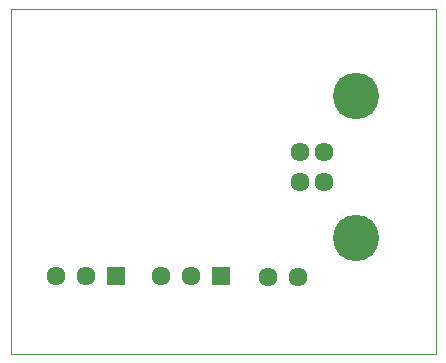
<source format=gbs>
G75*
G70*
%OFA0B0*%
%FSLAX24Y24*%
%IPPOS*%
%LPD*%
%AMOC8*
5,1,8,0,0,1.08239X$1,22.5*
%
%ADD10C,0.0000*%
%ADD11C,0.1542*%
%ADD12C,0.0634*%
%ADD13R,0.0634X0.0634*%
D10*
X001046Y003014D02*
X001046Y014530D01*
X015219Y014530D01*
X015219Y003014D01*
X001046Y003014D01*
D11*
X012562Y006888D03*
X012562Y011629D03*
D12*
X011495Y009751D03*
X010707Y009751D03*
X010707Y008766D03*
X011495Y008766D03*
X010609Y005593D03*
X009609Y005593D03*
X007062Y005629D03*
X006062Y005629D03*
X003562Y005629D03*
X002562Y005629D03*
D13*
X004562Y005629D03*
X008062Y005629D03*
M02*

</source>
